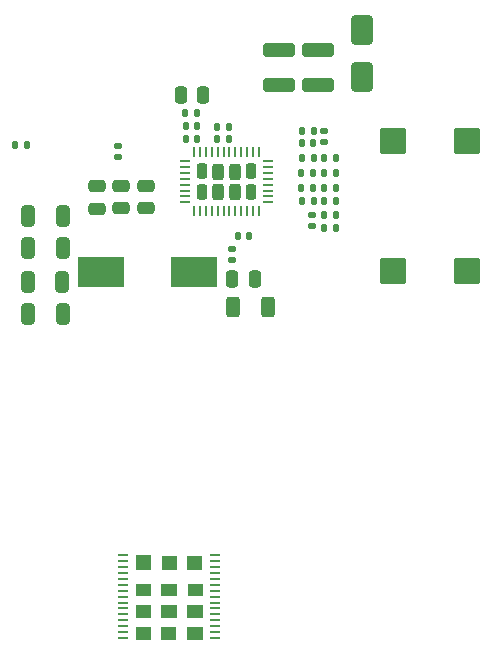
<source format=gbp>
G04 #@! TF.GenerationSoftware,KiCad,Pcbnew,8.0.4*
G04 #@! TF.CreationDate,2024-12-28T01:26:10+01:00*
G04 #@! TF.ProjectId,nerdaxe-gamma,6e657264-6178-4652-9d67-616d6d612e6b,rev?*
G04 #@! TF.SameCoordinates,Original*
G04 #@! TF.FileFunction,Paste,Bot*
G04 #@! TF.FilePolarity,Positive*
%FSLAX46Y46*%
G04 Gerber Fmt 4.6, Leading zero omitted, Abs format (unit mm)*
G04 Created by KiCad (PCBNEW 8.0.4) date 2024-12-28 01:26:10*
%MOMM*%
%LPD*%
G01*
G04 APERTURE LIST*
G04 Aperture macros list*
%AMRoundRect*
0 Rectangle with rounded corners*
0 $1 Rounding radius*
0 $2 $3 $4 $5 $6 $7 $8 $9 X,Y pos of 4 corners*
0 Add a 4 corners polygon primitive as box body*
4,1,4,$2,$3,$4,$5,$6,$7,$8,$9,$2,$3,0*
0 Add four circle primitives for the rounded corners*
1,1,$1+$1,$2,$3*
1,1,$1+$1,$4,$5*
1,1,$1+$1,$6,$7*
1,1,$1+$1,$8,$9*
0 Add four rect primitives between the rounded corners*
20,1,$1+$1,$2,$3,$4,$5,0*
20,1,$1+$1,$4,$5,$6,$7,0*
20,1,$1+$1,$6,$7,$8,$9,0*
20,1,$1+$1,$8,$9,$2,$3,0*%
G04 Aperture macros list end*
%ADD10C,0.001000*%
%ADD11RoundRect,0.250000X0.325000X0.650000X-0.325000X0.650000X-0.325000X-0.650000X0.325000X-0.650000X0*%
%ADD12RoundRect,0.250000X0.475000X-0.250000X0.475000X0.250000X-0.475000X0.250000X-0.475000X-0.250000X0*%
%ADD13RoundRect,0.140000X0.140000X0.170000X-0.140000X0.170000X-0.140000X-0.170000X0.140000X-0.170000X0*%
%ADD14RoundRect,0.250000X-0.312500X-0.625000X0.312500X-0.625000X0.312500X0.625000X-0.312500X0.625000X0*%
%ADD15RoundRect,0.140000X-0.170000X0.140000X-0.170000X-0.140000X0.170000X-0.140000X0.170000X0.140000X0*%
%ADD16RoundRect,0.135000X0.135000X0.185000X-0.135000X0.185000X-0.135000X-0.185000X0.135000X-0.185000X0*%
%ADD17RoundRect,0.135000X-0.135000X-0.185000X0.135000X-0.185000X0.135000X0.185000X-0.135000X0.185000X0*%
%ADD18RoundRect,0.250000X0.650000X-1.000000X0.650000X1.000000X-0.650000X1.000000X-0.650000X-1.000000X0*%
%ADD19RoundRect,0.250000X1.100000X-0.325000X1.100000X0.325000X-1.100000X0.325000X-1.100000X-0.325000X0*%
%ADD20RoundRect,0.140000X-0.140000X-0.170000X0.140000X-0.170000X0.140000X0.170000X-0.140000X0.170000X0*%
%ADD21RoundRect,0.055250X0.340750X0.055250X-0.340750X0.055250X-0.340750X-0.055250X0.340750X-0.055250X0*%
%ADD22RoundRect,0.140000X0.170000X-0.140000X0.170000X0.140000X-0.170000X0.140000X-0.170000X-0.140000X0*%
%ADD23RoundRect,0.220000X-0.880000X0.880000X-0.880000X-0.880000X0.880000X-0.880000X0.880000X0.880000X0*%
%ADD24R,4.000000X2.600000*%
%ADD25RoundRect,0.220588X0.229412X-0.429412X0.229412X0.429412X-0.229412X0.429412X-0.229412X-0.429412X0*%
%ADD26RoundRect,0.232843X0.242157X-0.467157X0.242157X0.467157X-0.242157X0.467157X-0.242157X-0.467157X0*%
%ADD27RoundRect,0.062500X0.062500X-0.337500X0.062500X0.337500X-0.062500X0.337500X-0.062500X-0.337500X0*%
%ADD28RoundRect,0.062500X0.337500X-0.062500X0.337500X0.062500X-0.337500X0.062500X-0.337500X-0.062500X0*%
%ADD29RoundRect,0.250000X0.250000X0.475000X-0.250000X0.475000X-0.250000X-0.475000X0.250000X-0.475000X0*%
G04 APERTURE END LIST*
D10*
X104010562Y-119161000D02*
X102810562Y-119161000D01*
X102810562Y-120111000D01*
X104010562Y-120111000D01*
X104010562Y-119161000D01*
G36*
X104010562Y-119161000D02*
G01*
X102810562Y-119161000D01*
X102810562Y-120111000D01*
X104010562Y-120111000D01*
X104010562Y-119161000D01*
G37*
X104020562Y-117301000D02*
X102820562Y-117301000D01*
X102820562Y-118251000D01*
X104020562Y-118251000D01*
X104020562Y-117301000D01*
G36*
X104020562Y-117301000D02*
G01*
X102820562Y-117301000D01*
X102820562Y-118251000D01*
X104020562Y-118251000D01*
X104020562Y-117301000D01*
G37*
X104030562Y-113066000D02*
X102830562Y-113066000D01*
X102830562Y-114176000D01*
X104030562Y-114176000D01*
X104030562Y-113066000D01*
G36*
X104030562Y-113066000D02*
G01*
X102830562Y-113066000D01*
X102830562Y-114176000D01*
X104030562Y-114176000D01*
X104030562Y-113066000D01*
G37*
X104030562Y-115471000D02*
X102830562Y-115471000D01*
X102830562Y-116421000D01*
X104030562Y-116421000D01*
X104030562Y-115471000D01*
G36*
X104030562Y-115471000D02*
G01*
X102830562Y-115471000D01*
X102830562Y-116421000D01*
X104030562Y-116421000D01*
X104030562Y-115471000D01*
G37*
X106160562Y-119161000D02*
X104960562Y-119161000D01*
X104960562Y-120111000D01*
X106160562Y-120111000D01*
X106160562Y-119161000D01*
G36*
X106160562Y-119161000D02*
G01*
X104960562Y-119161000D01*
X104960562Y-120111000D01*
X106160562Y-120111000D01*
X106160562Y-119161000D01*
G37*
X106170562Y-117301000D02*
X104970562Y-117301000D01*
X104970562Y-118251000D01*
X106170562Y-118251000D01*
X106170562Y-117301000D01*
G36*
X106170562Y-117301000D02*
G01*
X104970562Y-117301000D01*
X104970562Y-118251000D01*
X106170562Y-118251000D01*
X106170562Y-117301000D01*
G37*
X106180562Y-115471000D02*
X104980562Y-115471000D01*
X104980562Y-116421000D01*
X106180562Y-116421000D01*
X106180562Y-115471000D01*
G36*
X106180562Y-115471000D02*
G01*
X104980562Y-115471000D01*
X104980562Y-116421000D01*
X106180562Y-116421000D01*
X106180562Y-115471000D01*
G37*
X106210562Y-113086000D02*
X105010562Y-113086000D01*
X105010562Y-114196000D01*
X106210562Y-114196000D01*
X106210562Y-113086000D01*
G36*
X106210562Y-113086000D02*
G01*
X105010562Y-113086000D01*
X105010562Y-114196000D01*
X106210562Y-114196000D01*
X106210562Y-113086000D01*
G37*
X108350562Y-113086000D02*
X107150562Y-113086000D01*
X107150562Y-114206000D01*
X108350562Y-114206000D01*
X108350562Y-113086000D01*
G36*
X108350562Y-113086000D02*
G01*
X107150562Y-113086000D01*
X107150562Y-114206000D01*
X108350562Y-114206000D01*
X108350562Y-113086000D01*
G37*
X108370562Y-119151000D02*
X107170562Y-119151000D01*
X107170562Y-120101000D01*
X108370562Y-120101000D01*
X108370562Y-119151000D01*
G36*
X108370562Y-119151000D02*
G01*
X107170562Y-119151000D01*
X107170562Y-120101000D01*
X108370562Y-120101000D01*
X108370562Y-119151000D01*
G37*
X108380562Y-117291000D02*
X107180562Y-117291000D01*
X107180562Y-118241000D01*
X108380562Y-118241000D01*
X108380562Y-117291000D01*
G36*
X108380562Y-117291000D02*
G01*
X107180562Y-117291000D01*
X107180562Y-118241000D01*
X108380562Y-118241000D01*
X108380562Y-117291000D01*
G37*
X108390562Y-115461000D02*
X107190562Y-115461000D01*
X107190562Y-116411000D01*
X108390562Y-116411000D01*
X108390562Y-115461000D01*
G36*
X108390562Y-115461000D02*
G01*
X107190562Y-115461000D01*
X107190562Y-116411000D01*
X108390562Y-116411000D01*
X108390562Y-115461000D01*
G37*
D11*
X96635000Y-84328000D03*
X93685000Y-84328000D03*
D12*
X103710000Y-83687000D03*
X103710000Y-81787000D03*
D13*
X107980000Y-76708000D03*
X107020000Y-76708000D03*
D14*
X111057500Y-92037000D03*
X113982500Y-92037000D03*
D15*
X117718000Y-84229000D03*
X117718000Y-85189000D03*
D12*
X99490000Y-83707000D03*
X99490000Y-81807000D03*
D16*
X119763000Y-83058000D03*
X118743000Y-83058000D03*
D17*
X116846000Y-77089000D03*
X117866000Y-77089000D03*
X109680000Y-76757000D03*
X110700000Y-76757000D03*
D11*
X96598000Y-89916000D03*
X93648000Y-89916000D03*
D18*
X121920000Y-72580000D03*
X121920000Y-68580000D03*
D12*
X101590000Y-83687000D03*
X101590000Y-81787000D03*
D15*
X101320000Y-78387000D03*
X101320000Y-79347000D03*
D16*
X119771000Y-79375000D03*
X118751000Y-79375000D03*
D19*
X114935000Y-73198000D03*
X114935000Y-70248000D03*
D13*
X107980000Y-77827000D03*
X107020000Y-77827000D03*
D17*
X116828000Y-81915000D03*
X117848000Y-81915000D03*
D15*
X110970000Y-87107000D03*
X110970000Y-88067000D03*
D20*
X116868000Y-78105000D03*
X117828000Y-78105000D03*
D16*
X117858000Y-83058000D03*
X116838000Y-83058000D03*
D17*
X116838000Y-79375000D03*
X117858000Y-79375000D03*
D21*
X109526562Y-113032000D03*
X109526562Y-113534000D03*
X109526562Y-114036000D03*
X109526562Y-114538000D03*
X109526562Y-115040000D03*
X109526562Y-115542000D03*
X109526562Y-116044000D03*
X109526562Y-116546000D03*
X109526562Y-117048000D03*
X109526562Y-117550000D03*
X109526562Y-118052000D03*
X109526562Y-118554000D03*
X109526562Y-119056000D03*
X109526562Y-119558000D03*
X109526562Y-120060000D03*
X101694562Y-120060000D03*
X101694562Y-119558000D03*
X101694562Y-119056000D03*
X101694562Y-118554000D03*
X101694562Y-118052000D03*
X101694562Y-117550000D03*
X101694562Y-117048000D03*
X101694562Y-116546000D03*
X101694562Y-116044000D03*
X101694562Y-115542000D03*
X101694562Y-115040000D03*
X101694562Y-114538000D03*
X101694562Y-114036000D03*
X101694562Y-113534000D03*
X101694562Y-113032000D03*
D17*
X109670000Y-77817000D03*
X110690000Y-77817000D03*
D11*
X96635000Y-86995000D03*
X93685000Y-86995000D03*
D16*
X119758000Y-80645000D03*
X118738000Y-80645000D03*
D13*
X107960000Y-75565000D03*
X107000000Y-75565000D03*
D17*
X118748000Y-85344000D03*
X119768000Y-85344000D03*
D22*
X118753000Y-78077000D03*
X118753000Y-77117000D03*
D23*
X130810000Y-77939000D03*
X124610000Y-77939000D03*
X130810000Y-88939000D03*
X124610000Y-88939000D03*
D24*
X107775000Y-89082000D03*
X99825000Y-89082000D03*
D11*
X96655000Y-92583000D03*
X93705000Y-92583000D03*
D20*
X111420000Y-86047000D03*
X112380000Y-86047000D03*
D16*
X93590000Y-78337000D03*
X92570000Y-78337000D03*
D25*
X108390000Y-82317000D03*
X112590000Y-82317000D03*
D26*
X109790000Y-82267000D03*
X111190000Y-82267000D03*
X109790000Y-80567000D03*
X111190000Y-80567000D03*
D25*
X108390000Y-80517000D03*
X112590000Y-80517000D03*
D27*
X113240000Y-83917000D03*
X112740000Y-83917000D03*
X112240000Y-83917000D03*
X111740000Y-83917000D03*
X111240000Y-83917000D03*
X110740000Y-83917000D03*
X110240000Y-83917000D03*
X109740000Y-83917000D03*
X109240000Y-83917000D03*
X108740000Y-83917000D03*
X108240000Y-83917000D03*
X107740000Y-83917000D03*
D28*
X106990000Y-83167000D03*
X106990000Y-82667000D03*
X106990000Y-82167000D03*
X106990000Y-81667000D03*
X106990000Y-81167000D03*
X106990000Y-80667000D03*
X106990000Y-80167000D03*
X106990000Y-79667000D03*
D27*
X107740000Y-78917000D03*
X108240000Y-78917000D03*
X108740000Y-78917000D03*
X109240000Y-78917000D03*
X109740000Y-78917000D03*
X110240000Y-78917000D03*
X110740000Y-78917000D03*
X111240000Y-78917000D03*
X111740000Y-78917000D03*
X112240000Y-78917000D03*
X112740000Y-78917000D03*
X113240000Y-78917000D03*
D28*
X113990000Y-79667000D03*
X113990000Y-80167000D03*
X113990000Y-80667000D03*
X113990000Y-81167000D03*
X113990000Y-81667000D03*
X113990000Y-82167000D03*
X113990000Y-82667000D03*
X113990000Y-83167000D03*
D19*
X118237000Y-73198000D03*
X118237000Y-70248000D03*
D16*
X119758000Y-81915000D03*
X118738000Y-81915000D03*
D17*
X116828000Y-80645000D03*
X117848000Y-80645000D03*
D29*
X112880000Y-89687000D03*
X110980000Y-89687000D03*
D16*
X119768000Y-84201000D03*
X118748000Y-84201000D03*
D29*
X108519000Y-74041000D03*
X106619000Y-74041000D03*
M02*

</source>
